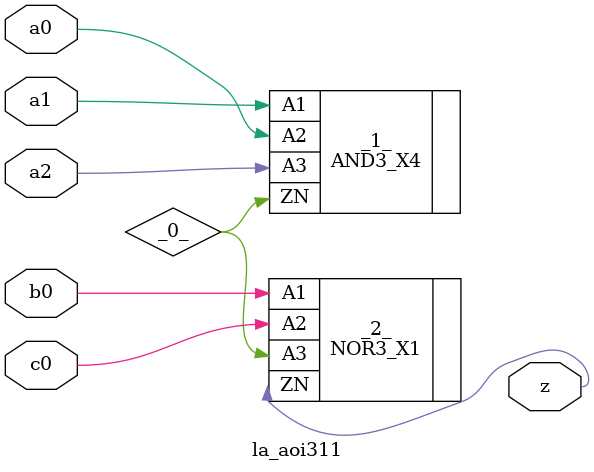
<source format=v>
/* Generated by Yosys 0.37 (git sha1 a5c7f69ed, clang 14.0.0-1ubuntu1.1 -fPIC -Os) */

module la_aoi311(a0, a1, a2, b0, c0, z);
  wire _0_;
  input a0;
  wire a0;
  input a1;
  wire a1;
  input a2;
  wire a2;
  input b0;
  wire b0;
  input c0;
  wire c0;
  output z;
  wire z;
  AND3_X4 _1_ (
    .A1(a1),
    .A2(a0),
    .A3(a2),
    .ZN(_0_)
  );
  NOR3_X1 _2_ (
    .A1(b0),
    .A2(c0),
    .A3(_0_),
    .ZN(z)
  );
endmodule

</source>
